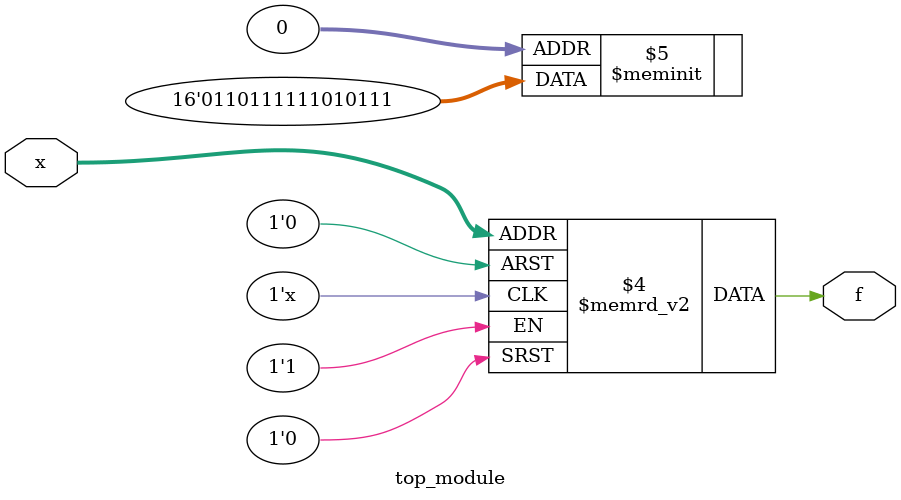
<source format=sv>
module top_module (
    input [4:1] x,
    output logic f
);

always_comb begin
    case (x)
        4'b0001, 4'b0111, 4'b1000, 4'b1001: f = 1'b1;
        4'b0011, 4'b0101, 4'b1100, 4'b1111: f = 1'b0;
        default: f = 1'b1; // Use don't-care as 1
    endcase
end

endmodule

</source>
